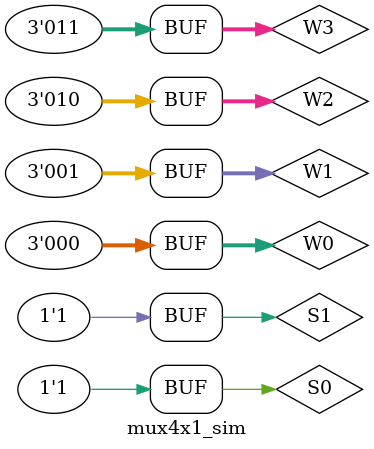
<source format=v>
`timescale 1ns / 1ps


module mux4x1_sim();
reg[2:0] W0,W1,W2,W3;
reg S0,S1;
wire[2:0] f;
mux4x1 test(.S1(S1),.S0(S0),.W0(W0),.W1(W1),.W2(W2),.W3(W3),.f(f));
initial
begin
  W0=3'b000;
  W1=3'b001;
  W2=3'b010;
  W3=3'b011;
  #100 S0=0; S1=0;
  #100 S0=1; S1=0;
  #100 S0=0; S1=1;
  #100 S0=1; S1=1;
end
endmodule

</source>
